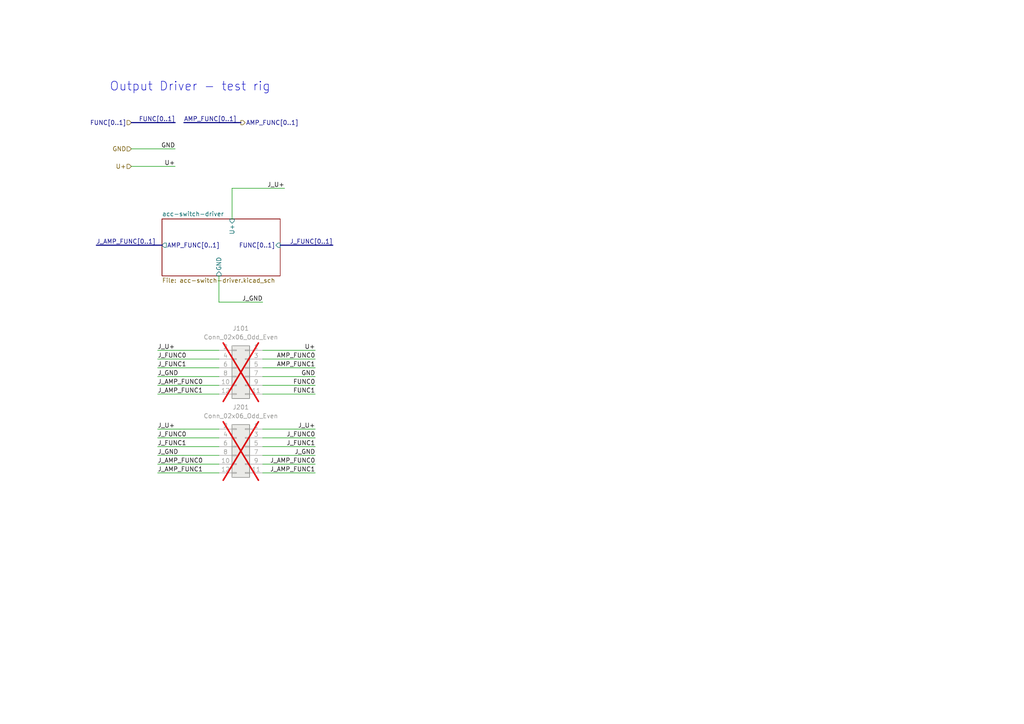
<source format=kicad_sch>
(kicad_sch (version 20231120) (generator "eeschema") (generator_version "8.0")
  (paper "A4")
  (title_block (title "xDuinoRail - LocDecoder - Development Kit") (date "2024-10-09") (rev "v0.2") (company "Chatelain Engineering, Bern - CH"))
  (lib_symbols
    (symbol "Connector_Generic:Conn_02x06_Odd_Even" (pin_names (offset 1.016) hide)
      (property "Reference" "J" (at 1.27 7.62 0))
      (property "Value" "Conn_02x06_Odd_Even" (at 1.27 -10.16 0))
      (symbol "Conn_02x06_Odd_Even_1_1"
        (rectangle (start -1.27 -7.493) (end 0 -7.747) (stroke (width 0.1524)))
        (rectangle (start -1.27 -4.953) (end 0 -5.207) (stroke (width 0.1524)))
        (rectangle (start -1.27 -2.413) (end 0 -2.667) (stroke (width 0.1524)))
        (rectangle (start -1.27 0.127) (end 0 -0.127) (stroke (width 0.1524)))
        (rectangle (start -1.27 2.667) (end 0 2.413) (stroke (width 0.1524)))
        (rectangle (start -1.27 5.207) (end 0 4.953) (stroke (width 0.1524)))
        (rectangle (start -1.27 6.35) (end 3.81 -8.89) (stroke (width 0.254)) (fill (type background)))
        (rectangle (start 3.81 -7.493) (end 2.54 -7.747) (stroke (width 0.1524)))
        (rectangle (start 3.81 -4.953) (end 2.54 -5.207) (stroke (width 0.1524)))
        (rectangle (start 3.81 -2.413) (end 2.54 -2.667) (stroke (width 0.1524)))
        (rectangle (start 3.81 0.127) (end 2.54 -0.127) (stroke (width 0.1524)))
        (rectangle (start 3.81 2.667) (end 2.54 2.413) (stroke (width 0.1524)))
        (rectangle (start 3.81 5.207) (end 2.54 4.953) (stroke (width 0.1524)))
        (pin passive line (at -5.08 5.08 0) (length 3.81) (name "Pin_1") (number "1"))
        (pin passive line (at 7.62 -5.08 180) (length 3.81) (name "Pin_10") (number "10"))
        (pin passive line (at -5.08 -7.62 0) (length 3.81) (name "Pin_11") (number "11"))
        (pin passive line (at 7.62 -7.62 180) (length 3.81) (name "Pin_12") (number "12"))
        (pin passive line (at 7.62 5.08 180) (length 3.81) (name "Pin_2") (number "2"))
        (pin passive line (at -5.08 2.54 0) (length 3.81) (name "Pin_3") (number "3"))
        (pin passive line (at 7.62 2.54 180) (length 3.81) (name "Pin_4") (number "4"))
        (pin passive line (at -5.08 0 0) (length 3.81) (name "Pin_5") (number "5"))
        (pin passive line (at 7.62 0 180) (length 3.81) (name "Pin_6") (number "6"))
        (pin passive line (at -5.08 -2.54 0) (length 3.81) (name "Pin_7") (number "7"))
        (pin passive line (at 7.62 -2.54 180) (length 3.81) (name "Pin_8") (number "8"))
        (pin passive line (at -5.08 -5.08 0) (length 3.81) (name "Pin_9") (number "9"))
      )
    )
  )
  (wire (pts (xy 50.8 48.26) (xy 38.1 48.26)))
  (wire (pts (xy 91.44 127) (xy 76.2 127)))
  (wire (pts (xy 67.31 54.61) (xy 82.55 54.61)))
  (wire (pts (xy 45.72 111.76) (xy 63.5 111.76)))
  (wire (pts (xy 91.44 132.08) (xy 76.2 132.08)))
  (bus (pts (xy 38.1 35.56) (xy 50.8 35.56)))
  (bus (pts (xy 27.94 71.12) (xy 46.99 71.12)))
  (wire (pts (xy 91.44 124.46) (xy 76.2 124.46)))
  (wire (pts (xy 76.2 87.63) (xy 63.5 87.63)))
  (wire (pts (xy 45.72 134.62) (xy 63.5 134.62)))
  (wire (pts (xy 45.72 109.22) (xy 63.5 109.22)))
  (wire (pts (xy 76.2 104.14) (xy 91.44 104.14)))
  (wire (pts (xy 45.72 101.6) (xy 63.5 101.6)))
  (wire (pts (xy 91.44 101.6) (xy 76.2 101.6)))
  (wire (pts (xy 45.72 114.3) (xy 63.5 114.3)))
  (wire (pts (xy 45.72 104.14) (xy 63.5 104.14)))
  (wire (pts (xy 76.2 114.3) (xy 91.44 114.3)))
  (wire (pts (xy 91.44 134.62) (xy 76.2 134.62)))
  (wire (pts (xy 45.72 129.54) (xy 63.5 129.54)))
  (wire (pts (xy 67.31 63.5) (xy 67.31 54.61)))
  (wire (pts (xy 45.72 106.68) (xy 63.5 106.68)))
  (wire (pts (xy 50.8 43.18) (xy 38.1 43.18)))
  (wire (pts (xy 45.72 127) (xy 63.5 127)))
  (wire (pts (xy 91.44 109.22) (xy 76.2 109.22)))
  (bus (pts (xy 81.28 71.12) (xy 96.52 71.12)))
  (wire (pts (xy 45.72 132.08) (xy 63.5 132.08)))
  (wire (pts (xy 45.72 124.46) (xy 63.5 124.46)))
  (wire (pts (xy 45.72 137.16) (xy 63.5 137.16)))
  (wire (pts (xy 63.5 80.01) (xy 63.5 87.63)))
  (wire (pts (xy 76.2 106.68) (xy 91.44 106.68)))
  (wire (pts (xy 76.2 111.76) (xy 91.44 111.76)))
  (bus (pts (xy 53.34 35.56) (xy 69.85 35.56)))
  (wire (pts (xy 91.44 129.54) (xy 76.2 129.54)))
  (wire (pts (xy 91.44 137.16) (xy 76.2 137.16)))
  (text "Output Driver - test rig" (at 31.75 26.67 0) (effects (font (size 2.54 2.54)) (justify left bottom)))
  (label "J_AMP_FUNC0" (at 91.44 134.62 180))
  (label "FUNC1" (at 91.44 114.3 180))
  (label "J_U+" (at 45.72 124.46 0))
  (label "J_AMP_FUNC[0..1]" (at 27.94 71.12 0))
  (label "J_FUNC0" (at 45.72 127 0))
  (label "J_FUNC0" (at 45.72 104.14 0))
  (label "U+" (at 50.8 48.26 180))
  (label "J_AMP_FUNC0" (at 45.72 134.62 0))
  (label "AMP_FUNC1" (at 91.44 106.68 180))
  (label "J_GND" (at 45.72 109.22 0))
  (label "J_U+" (at 82.55 54.61 180))
  (label "J_FUNC1" (at 45.72 129.54 0))
  (label "J_U+" (at 45.72 101.6 0))
  (label "J_GND" (at 76.2 87.63 180))
  (label "J_AMP_FUNC1" (at 91.44 137.16 180))
  (label "J_FUNC[0..1]" (at 96.52 71.12 180))
  (label "GND" (at 91.44 109.22 180))
  (label "J_AMP_FUNC1" (at 45.72 114.3 0))
  (label "J_AMP_FUNC1" (at 45.72 137.16 0))
  (label "FUNC0" (at 91.44 111.76 180))
  (label "J_U+" (at 91.44 124.46 180))
  (label "J_FUNC0" (at 91.44 127 180))
  (label "J_AMP_FUNC0" (at 45.72 111.76 0))
  (label "AMP_FUNC0" (at 91.44 104.14 180))
  (label "AMP_FUNC[0..1]" (at 53.34 35.56 0))
  (label "J_FUNC1" (at 91.44 129.54 180))
  (label "J_GND" (at 45.72 132.08 0))
  (label "GND" (at 50.8 43.18 180))
  (label "J_GND" (at 91.44 132.08 180))
  (label "J_FUNC1" (at 45.72 106.68 0))
  (label "FUNC[0..1]" (at 50.8 35.56 180))
  (label "U+" (at 91.44 101.6 180))
  (hierarchical_label "U+" (shape input) (at 38.1 48.26 180))
  (hierarchical_label "AMP_FUNC[0..1]" (shape output) (at 69.85 35.56 0))
  (hierarchical_label "GND" (shape input) (at 38.1 43.18 180))
  (hierarchical_label "FUNC[0..1]" (shape input) (at 38.1 35.56 180))
  (symbol (lib_id "Connector_Generic:Conn_02x06_Odd_Even") (at 71.12 129.54 0) (mirror y) (unit 1) (exclude_from_sim yes) (in_bom no) (dnp yes)
    (property "Reference" "J201" (at 69.85 118.11 0))
    (property "Value" "Conn_02x06_Odd_Even" (at 69.85 120.65 0))
    (property "Footprint" "Connector_PinSocket_2.54mm:PinSocket_2x06_P2.54mm_Vertical" (effects (hide yes)))
    (property "Description" "Generic connector, double row, 02x06, odd/even pin numbering scheme (row 1 odd numbers, row 2 even numbers), script generated (kicad-library-utils/schlib/autogen/connector/)" (effects (hide yes)))
  )
  (symbol (lib_id "Connector_Generic:Conn_02x06_Odd_Even") (at 71.12 106.68 0) (mirror y) (unit 1) (exclude_from_sim yes) (in_bom no) (dnp yes)
    (property "Reference" "J101" (at 69.85 95.25 0))
    (property "Value" "Conn_02x06_Odd_Even" (at 69.85 97.79 0))
    (property "Footprint" "Connector_PinSocket_2.54mm:PinSocket_2x06_P2.54mm_Vertical" (effects (hide yes)))
    (property "Description" "Generic connector, double row, 02x06, odd/even pin numbering scheme (row 1 odd numbers, row 2 even numbers), script generated (kicad-library-utils/schlib/autogen/connector/)" (effects (hide yes)))
  )
  (sheet (at 46.99 63.5) (size 34.29 16.51) (stroke (width 0.1524))
    (property "Sheetname" "acc-switch-driver" (at 46.99 62.7884 0) (effects (justify left bottom)))
    (property "Sheetfile" "acc-switch-driver.kicad_sch" (at 46.99 80.5946 0) (effects (justify left top)))
    (pin "AMP_FUNC[0..1]" output (at 46.99 71.12 180))
    (pin "FUNC[0..1]" input (at 81.28 71.12 0))
    (pin "GND" input (at 63.5 80.01 270))
    (pin "U+" input (at 67.31 63.5 90))
  )
)
</source>
